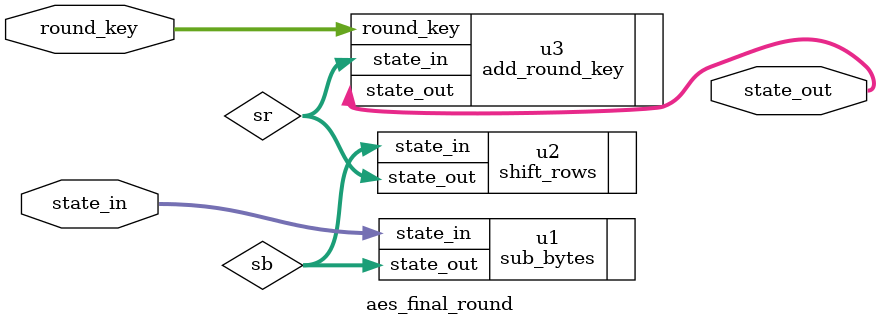
<source format=sv>


module aes_final_round(
    input  logic [127:0] state_in,
    input  logic [127:0] round_key,
    output logic [127:0] state_out
);
    logic [127:0] sb, sr;

    sub_bytes u1 (.state_in(state_in), .state_out(sb));
    shift_rows u2 (.state_in(sb),      .state_out(sr));
    add_round_key u3 (.state_in(sr), .round_key(round_key), .state_out(state_out));
endmodule

</source>
